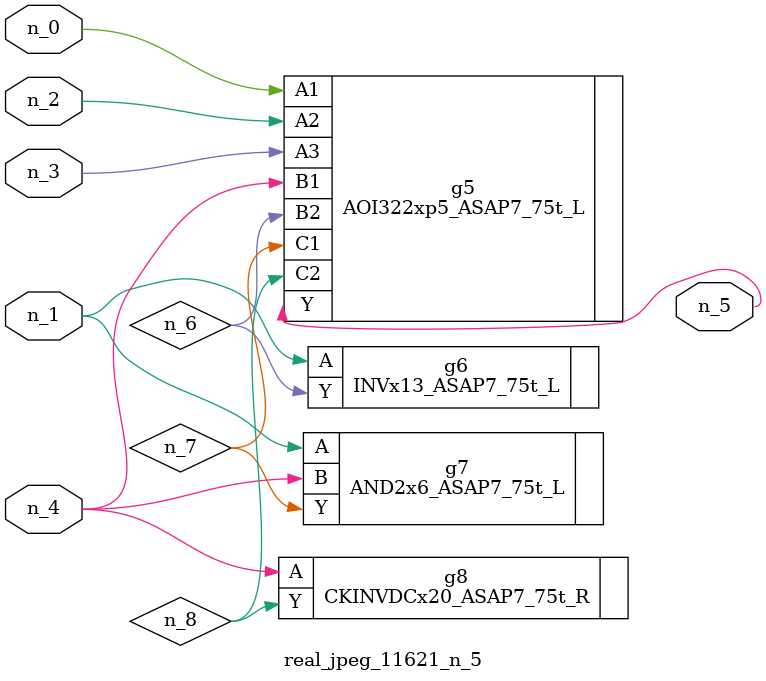
<source format=v>
module real_jpeg_11621_n_5 (n_4, n_0, n_1, n_2, n_3, n_5);

input n_4;
input n_0;
input n_1;
input n_2;
input n_3;

output n_5;

wire n_8;
wire n_6;
wire n_7;

AOI322xp5_ASAP7_75t_L g5 ( 
.A1(n_0),
.A2(n_2),
.A3(n_3),
.B1(n_4),
.B2(n_6),
.C1(n_7),
.C2(n_8),
.Y(n_5)
);

INVx13_ASAP7_75t_L g6 ( 
.A(n_1),
.Y(n_6)
);

AND2x6_ASAP7_75t_L g7 ( 
.A(n_1),
.B(n_4),
.Y(n_7)
);

CKINVDCx20_ASAP7_75t_R g8 ( 
.A(n_4),
.Y(n_8)
);


endmodule
</source>
